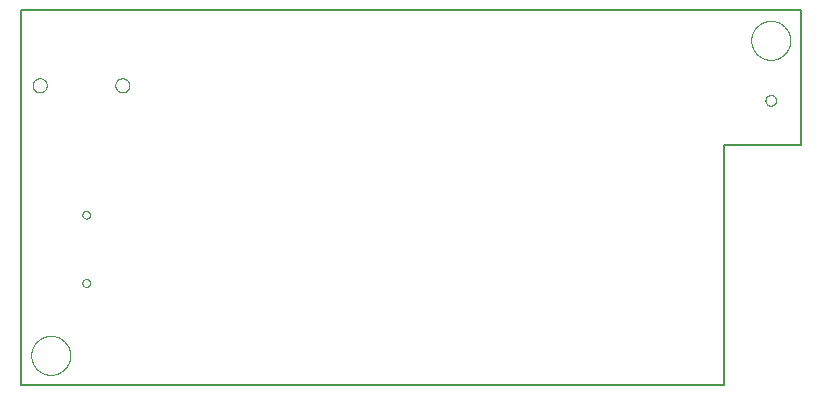
<source format=gko>
G75*
%MOIN*%
%OFA0B0*%
%FSLAX25Y25*%
%IPPOS*%
%LPD*%
%AMOC8*
5,1,8,0,0,1.08239X$1,22.5*
%
%ADD10C,0.00800*%
%ADD11C,0.00000*%
D10*
X0215000Y0040000D02*
X0449500Y0040000D01*
X0449500Y0120000D01*
X0475000Y0120000D01*
X0475000Y0165000D01*
X0215000Y0165000D01*
X0215000Y0040000D01*
D11*
X0218500Y0050000D02*
X0218502Y0050161D01*
X0218508Y0050321D01*
X0218518Y0050482D01*
X0218532Y0050642D01*
X0218550Y0050802D01*
X0218571Y0050961D01*
X0218597Y0051120D01*
X0218627Y0051278D01*
X0218660Y0051435D01*
X0218698Y0051592D01*
X0218739Y0051747D01*
X0218784Y0051901D01*
X0218833Y0052054D01*
X0218886Y0052206D01*
X0218942Y0052357D01*
X0219003Y0052506D01*
X0219066Y0052654D01*
X0219134Y0052800D01*
X0219205Y0052944D01*
X0219279Y0053086D01*
X0219357Y0053227D01*
X0219439Y0053365D01*
X0219524Y0053502D01*
X0219612Y0053636D01*
X0219704Y0053768D01*
X0219799Y0053898D01*
X0219897Y0054026D01*
X0219998Y0054151D01*
X0220102Y0054273D01*
X0220209Y0054393D01*
X0220319Y0054510D01*
X0220432Y0054625D01*
X0220548Y0054736D01*
X0220667Y0054845D01*
X0220788Y0054950D01*
X0220912Y0055053D01*
X0221038Y0055153D01*
X0221166Y0055249D01*
X0221297Y0055342D01*
X0221431Y0055432D01*
X0221566Y0055519D01*
X0221704Y0055602D01*
X0221843Y0055682D01*
X0221985Y0055758D01*
X0222128Y0055831D01*
X0222273Y0055900D01*
X0222420Y0055966D01*
X0222568Y0056028D01*
X0222718Y0056086D01*
X0222869Y0056141D01*
X0223022Y0056192D01*
X0223176Y0056239D01*
X0223331Y0056282D01*
X0223487Y0056321D01*
X0223643Y0056357D01*
X0223801Y0056388D01*
X0223959Y0056416D01*
X0224118Y0056440D01*
X0224278Y0056460D01*
X0224438Y0056476D01*
X0224598Y0056488D01*
X0224759Y0056496D01*
X0224920Y0056500D01*
X0225080Y0056500D01*
X0225241Y0056496D01*
X0225402Y0056488D01*
X0225562Y0056476D01*
X0225722Y0056460D01*
X0225882Y0056440D01*
X0226041Y0056416D01*
X0226199Y0056388D01*
X0226357Y0056357D01*
X0226513Y0056321D01*
X0226669Y0056282D01*
X0226824Y0056239D01*
X0226978Y0056192D01*
X0227131Y0056141D01*
X0227282Y0056086D01*
X0227432Y0056028D01*
X0227580Y0055966D01*
X0227727Y0055900D01*
X0227872Y0055831D01*
X0228015Y0055758D01*
X0228157Y0055682D01*
X0228296Y0055602D01*
X0228434Y0055519D01*
X0228569Y0055432D01*
X0228703Y0055342D01*
X0228834Y0055249D01*
X0228962Y0055153D01*
X0229088Y0055053D01*
X0229212Y0054950D01*
X0229333Y0054845D01*
X0229452Y0054736D01*
X0229568Y0054625D01*
X0229681Y0054510D01*
X0229791Y0054393D01*
X0229898Y0054273D01*
X0230002Y0054151D01*
X0230103Y0054026D01*
X0230201Y0053898D01*
X0230296Y0053768D01*
X0230388Y0053636D01*
X0230476Y0053502D01*
X0230561Y0053365D01*
X0230643Y0053227D01*
X0230721Y0053086D01*
X0230795Y0052944D01*
X0230866Y0052800D01*
X0230934Y0052654D01*
X0230997Y0052506D01*
X0231058Y0052357D01*
X0231114Y0052206D01*
X0231167Y0052054D01*
X0231216Y0051901D01*
X0231261Y0051747D01*
X0231302Y0051592D01*
X0231340Y0051435D01*
X0231373Y0051278D01*
X0231403Y0051120D01*
X0231429Y0050961D01*
X0231450Y0050802D01*
X0231468Y0050642D01*
X0231482Y0050482D01*
X0231492Y0050321D01*
X0231498Y0050161D01*
X0231500Y0050000D01*
X0231498Y0049839D01*
X0231492Y0049679D01*
X0231482Y0049518D01*
X0231468Y0049358D01*
X0231450Y0049198D01*
X0231429Y0049039D01*
X0231403Y0048880D01*
X0231373Y0048722D01*
X0231340Y0048565D01*
X0231302Y0048408D01*
X0231261Y0048253D01*
X0231216Y0048099D01*
X0231167Y0047946D01*
X0231114Y0047794D01*
X0231058Y0047643D01*
X0230997Y0047494D01*
X0230934Y0047346D01*
X0230866Y0047200D01*
X0230795Y0047056D01*
X0230721Y0046914D01*
X0230643Y0046773D01*
X0230561Y0046635D01*
X0230476Y0046498D01*
X0230388Y0046364D01*
X0230296Y0046232D01*
X0230201Y0046102D01*
X0230103Y0045974D01*
X0230002Y0045849D01*
X0229898Y0045727D01*
X0229791Y0045607D01*
X0229681Y0045490D01*
X0229568Y0045375D01*
X0229452Y0045264D01*
X0229333Y0045155D01*
X0229212Y0045050D01*
X0229088Y0044947D01*
X0228962Y0044847D01*
X0228834Y0044751D01*
X0228703Y0044658D01*
X0228569Y0044568D01*
X0228434Y0044481D01*
X0228296Y0044398D01*
X0228157Y0044318D01*
X0228015Y0044242D01*
X0227872Y0044169D01*
X0227727Y0044100D01*
X0227580Y0044034D01*
X0227432Y0043972D01*
X0227282Y0043914D01*
X0227131Y0043859D01*
X0226978Y0043808D01*
X0226824Y0043761D01*
X0226669Y0043718D01*
X0226513Y0043679D01*
X0226357Y0043643D01*
X0226199Y0043612D01*
X0226041Y0043584D01*
X0225882Y0043560D01*
X0225722Y0043540D01*
X0225562Y0043524D01*
X0225402Y0043512D01*
X0225241Y0043504D01*
X0225080Y0043500D01*
X0224920Y0043500D01*
X0224759Y0043504D01*
X0224598Y0043512D01*
X0224438Y0043524D01*
X0224278Y0043540D01*
X0224118Y0043560D01*
X0223959Y0043584D01*
X0223801Y0043612D01*
X0223643Y0043643D01*
X0223487Y0043679D01*
X0223331Y0043718D01*
X0223176Y0043761D01*
X0223022Y0043808D01*
X0222869Y0043859D01*
X0222718Y0043914D01*
X0222568Y0043972D01*
X0222420Y0044034D01*
X0222273Y0044100D01*
X0222128Y0044169D01*
X0221985Y0044242D01*
X0221843Y0044318D01*
X0221704Y0044398D01*
X0221566Y0044481D01*
X0221431Y0044568D01*
X0221297Y0044658D01*
X0221166Y0044751D01*
X0221038Y0044847D01*
X0220912Y0044947D01*
X0220788Y0045050D01*
X0220667Y0045155D01*
X0220548Y0045264D01*
X0220432Y0045375D01*
X0220319Y0045490D01*
X0220209Y0045607D01*
X0220102Y0045727D01*
X0219998Y0045849D01*
X0219897Y0045974D01*
X0219799Y0046102D01*
X0219704Y0046232D01*
X0219612Y0046364D01*
X0219524Y0046498D01*
X0219439Y0046635D01*
X0219357Y0046773D01*
X0219279Y0046914D01*
X0219205Y0047056D01*
X0219134Y0047200D01*
X0219066Y0047346D01*
X0219003Y0047494D01*
X0218942Y0047643D01*
X0218886Y0047794D01*
X0218833Y0047946D01*
X0218784Y0048099D01*
X0218739Y0048253D01*
X0218698Y0048408D01*
X0218660Y0048565D01*
X0218627Y0048722D01*
X0218597Y0048880D01*
X0218571Y0049039D01*
X0218550Y0049198D01*
X0218532Y0049358D01*
X0218518Y0049518D01*
X0218508Y0049679D01*
X0218502Y0049839D01*
X0218500Y0050000D01*
X0235531Y0074122D02*
X0235533Y0074193D01*
X0235539Y0074264D01*
X0235549Y0074335D01*
X0235563Y0074404D01*
X0235580Y0074473D01*
X0235602Y0074541D01*
X0235627Y0074608D01*
X0235656Y0074673D01*
X0235688Y0074736D01*
X0235724Y0074798D01*
X0235763Y0074857D01*
X0235806Y0074914D01*
X0235851Y0074969D01*
X0235900Y0075021D01*
X0235951Y0075070D01*
X0236005Y0075116D01*
X0236062Y0075160D01*
X0236120Y0075200D01*
X0236181Y0075236D01*
X0236244Y0075270D01*
X0236309Y0075299D01*
X0236375Y0075325D01*
X0236443Y0075348D01*
X0236511Y0075366D01*
X0236581Y0075381D01*
X0236651Y0075392D01*
X0236722Y0075399D01*
X0236793Y0075402D01*
X0236864Y0075401D01*
X0236935Y0075396D01*
X0237006Y0075387D01*
X0237076Y0075374D01*
X0237145Y0075358D01*
X0237213Y0075337D01*
X0237280Y0075313D01*
X0237346Y0075285D01*
X0237409Y0075253D01*
X0237471Y0075218D01*
X0237531Y0075180D01*
X0237589Y0075138D01*
X0237644Y0075094D01*
X0237697Y0075046D01*
X0237747Y0074995D01*
X0237794Y0074942D01*
X0237838Y0074886D01*
X0237879Y0074828D01*
X0237917Y0074767D01*
X0237951Y0074705D01*
X0237981Y0074640D01*
X0238008Y0074575D01*
X0238032Y0074507D01*
X0238051Y0074439D01*
X0238067Y0074370D01*
X0238079Y0074299D01*
X0238087Y0074229D01*
X0238091Y0074158D01*
X0238091Y0074086D01*
X0238087Y0074015D01*
X0238079Y0073945D01*
X0238067Y0073874D01*
X0238051Y0073805D01*
X0238032Y0073737D01*
X0238008Y0073669D01*
X0237981Y0073604D01*
X0237951Y0073539D01*
X0237917Y0073477D01*
X0237879Y0073416D01*
X0237838Y0073358D01*
X0237794Y0073302D01*
X0237747Y0073249D01*
X0237697Y0073198D01*
X0237644Y0073150D01*
X0237589Y0073106D01*
X0237531Y0073064D01*
X0237471Y0073026D01*
X0237409Y0072991D01*
X0237346Y0072959D01*
X0237280Y0072931D01*
X0237213Y0072907D01*
X0237145Y0072886D01*
X0237076Y0072870D01*
X0237006Y0072857D01*
X0236935Y0072848D01*
X0236864Y0072843D01*
X0236793Y0072842D01*
X0236722Y0072845D01*
X0236651Y0072852D01*
X0236581Y0072863D01*
X0236511Y0072878D01*
X0236443Y0072896D01*
X0236375Y0072919D01*
X0236309Y0072945D01*
X0236244Y0072974D01*
X0236181Y0073008D01*
X0236120Y0073044D01*
X0236062Y0073084D01*
X0236005Y0073128D01*
X0235951Y0073174D01*
X0235900Y0073223D01*
X0235851Y0073275D01*
X0235806Y0073330D01*
X0235763Y0073387D01*
X0235724Y0073446D01*
X0235688Y0073508D01*
X0235656Y0073571D01*
X0235627Y0073636D01*
X0235602Y0073703D01*
X0235580Y0073771D01*
X0235563Y0073840D01*
X0235549Y0073909D01*
X0235539Y0073980D01*
X0235533Y0074051D01*
X0235531Y0074122D01*
X0235531Y0096878D02*
X0235533Y0096949D01*
X0235539Y0097020D01*
X0235549Y0097091D01*
X0235563Y0097160D01*
X0235580Y0097229D01*
X0235602Y0097297D01*
X0235627Y0097364D01*
X0235656Y0097429D01*
X0235688Y0097492D01*
X0235724Y0097554D01*
X0235763Y0097613D01*
X0235806Y0097670D01*
X0235851Y0097725D01*
X0235900Y0097777D01*
X0235951Y0097826D01*
X0236005Y0097872D01*
X0236062Y0097916D01*
X0236120Y0097956D01*
X0236181Y0097992D01*
X0236244Y0098026D01*
X0236309Y0098055D01*
X0236375Y0098081D01*
X0236443Y0098104D01*
X0236511Y0098122D01*
X0236581Y0098137D01*
X0236651Y0098148D01*
X0236722Y0098155D01*
X0236793Y0098158D01*
X0236864Y0098157D01*
X0236935Y0098152D01*
X0237006Y0098143D01*
X0237076Y0098130D01*
X0237145Y0098114D01*
X0237213Y0098093D01*
X0237280Y0098069D01*
X0237346Y0098041D01*
X0237409Y0098009D01*
X0237471Y0097974D01*
X0237531Y0097936D01*
X0237589Y0097894D01*
X0237644Y0097850D01*
X0237697Y0097802D01*
X0237747Y0097751D01*
X0237794Y0097698D01*
X0237838Y0097642D01*
X0237879Y0097584D01*
X0237917Y0097523D01*
X0237951Y0097461D01*
X0237981Y0097396D01*
X0238008Y0097331D01*
X0238032Y0097263D01*
X0238051Y0097195D01*
X0238067Y0097126D01*
X0238079Y0097055D01*
X0238087Y0096985D01*
X0238091Y0096914D01*
X0238091Y0096842D01*
X0238087Y0096771D01*
X0238079Y0096701D01*
X0238067Y0096630D01*
X0238051Y0096561D01*
X0238032Y0096493D01*
X0238008Y0096425D01*
X0237981Y0096360D01*
X0237951Y0096295D01*
X0237917Y0096233D01*
X0237879Y0096172D01*
X0237838Y0096114D01*
X0237794Y0096058D01*
X0237747Y0096005D01*
X0237697Y0095954D01*
X0237644Y0095906D01*
X0237589Y0095862D01*
X0237531Y0095820D01*
X0237471Y0095782D01*
X0237409Y0095747D01*
X0237346Y0095715D01*
X0237280Y0095687D01*
X0237213Y0095663D01*
X0237145Y0095642D01*
X0237076Y0095626D01*
X0237006Y0095613D01*
X0236935Y0095604D01*
X0236864Y0095599D01*
X0236793Y0095598D01*
X0236722Y0095601D01*
X0236651Y0095608D01*
X0236581Y0095619D01*
X0236511Y0095634D01*
X0236443Y0095652D01*
X0236375Y0095675D01*
X0236309Y0095701D01*
X0236244Y0095730D01*
X0236181Y0095764D01*
X0236120Y0095800D01*
X0236062Y0095840D01*
X0236005Y0095884D01*
X0235951Y0095930D01*
X0235900Y0095979D01*
X0235851Y0096031D01*
X0235806Y0096086D01*
X0235763Y0096143D01*
X0235724Y0096202D01*
X0235688Y0096264D01*
X0235656Y0096327D01*
X0235627Y0096392D01*
X0235602Y0096459D01*
X0235580Y0096527D01*
X0235563Y0096596D01*
X0235549Y0096665D01*
X0235539Y0096736D01*
X0235533Y0096807D01*
X0235531Y0096878D01*
X0246496Y0140000D02*
X0246498Y0140097D01*
X0246504Y0140194D01*
X0246514Y0140290D01*
X0246528Y0140386D01*
X0246546Y0140482D01*
X0246567Y0140576D01*
X0246593Y0140670D01*
X0246622Y0140762D01*
X0246656Y0140853D01*
X0246692Y0140943D01*
X0246733Y0141031D01*
X0246777Y0141117D01*
X0246825Y0141202D01*
X0246876Y0141284D01*
X0246930Y0141365D01*
X0246988Y0141443D01*
X0247049Y0141518D01*
X0247112Y0141591D01*
X0247179Y0141662D01*
X0247249Y0141729D01*
X0247321Y0141794D01*
X0247396Y0141855D01*
X0247474Y0141914D01*
X0247553Y0141969D01*
X0247635Y0142021D01*
X0247719Y0142069D01*
X0247805Y0142114D01*
X0247893Y0142156D01*
X0247982Y0142194D01*
X0248073Y0142228D01*
X0248165Y0142258D01*
X0248258Y0142285D01*
X0248353Y0142307D01*
X0248448Y0142326D01*
X0248544Y0142341D01*
X0248640Y0142352D01*
X0248737Y0142359D01*
X0248834Y0142362D01*
X0248931Y0142361D01*
X0249028Y0142356D01*
X0249124Y0142347D01*
X0249220Y0142334D01*
X0249316Y0142317D01*
X0249411Y0142296D01*
X0249504Y0142272D01*
X0249597Y0142243D01*
X0249689Y0142211D01*
X0249779Y0142175D01*
X0249867Y0142136D01*
X0249954Y0142092D01*
X0250039Y0142046D01*
X0250122Y0141995D01*
X0250203Y0141942D01*
X0250281Y0141885D01*
X0250358Y0141825D01*
X0250431Y0141762D01*
X0250502Y0141696D01*
X0250570Y0141627D01*
X0250636Y0141555D01*
X0250698Y0141481D01*
X0250757Y0141404D01*
X0250813Y0141325D01*
X0250866Y0141243D01*
X0250916Y0141160D01*
X0250961Y0141074D01*
X0251004Y0140987D01*
X0251043Y0140898D01*
X0251078Y0140808D01*
X0251109Y0140716D01*
X0251136Y0140623D01*
X0251160Y0140529D01*
X0251180Y0140434D01*
X0251196Y0140338D01*
X0251208Y0140242D01*
X0251216Y0140145D01*
X0251220Y0140048D01*
X0251220Y0139952D01*
X0251216Y0139855D01*
X0251208Y0139758D01*
X0251196Y0139662D01*
X0251180Y0139566D01*
X0251160Y0139471D01*
X0251136Y0139377D01*
X0251109Y0139284D01*
X0251078Y0139192D01*
X0251043Y0139102D01*
X0251004Y0139013D01*
X0250961Y0138926D01*
X0250916Y0138840D01*
X0250866Y0138757D01*
X0250813Y0138675D01*
X0250757Y0138596D01*
X0250698Y0138519D01*
X0250636Y0138445D01*
X0250570Y0138373D01*
X0250502Y0138304D01*
X0250431Y0138238D01*
X0250358Y0138175D01*
X0250281Y0138115D01*
X0250203Y0138058D01*
X0250122Y0138005D01*
X0250039Y0137954D01*
X0249954Y0137908D01*
X0249867Y0137864D01*
X0249779Y0137825D01*
X0249689Y0137789D01*
X0249597Y0137757D01*
X0249504Y0137728D01*
X0249411Y0137704D01*
X0249316Y0137683D01*
X0249220Y0137666D01*
X0249124Y0137653D01*
X0249028Y0137644D01*
X0248931Y0137639D01*
X0248834Y0137638D01*
X0248737Y0137641D01*
X0248640Y0137648D01*
X0248544Y0137659D01*
X0248448Y0137674D01*
X0248353Y0137693D01*
X0248258Y0137715D01*
X0248165Y0137742D01*
X0248073Y0137772D01*
X0247982Y0137806D01*
X0247893Y0137844D01*
X0247805Y0137886D01*
X0247719Y0137931D01*
X0247635Y0137979D01*
X0247553Y0138031D01*
X0247474Y0138086D01*
X0247396Y0138145D01*
X0247321Y0138206D01*
X0247249Y0138271D01*
X0247179Y0138338D01*
X0247112Y0138409D01*
X0247049Y0138482D01*
X0246988Y0138557D01*
X0246930Y0138635D01*
X0246876Y0138716D01*
X0246825Y0138798D01*
X0246777Y0138883D01*
X0246733Y0138969D01*
X0246692Y0139057D01*
X0246656Y0139147D01*
X0246622Y0139238D01*
X0246593Y0139330D01*
X0246567Y0139424D01*
X0246546Y0139518D01*
X0246528Y0139614D01*
X0246514Y0139710D01*
X0246504Y0139806D01*
X0246498Y0139903D01*
X0246496Y0140000D01*
X0218937Y0140000D02*
X0218939Y0140097D01*
X0218945Y0140194D01*
X0218955Y0140290D01*
X0218969Y0140386D01*
X0218987Y0140482D01*
X0219008Y0140576D01*
X0219034Y0140670D01*
X0219063Y0140762D01*
X0219097Y0140853D01*
X0219133Y0140943D01*
X0219174Y0141031D01*
X0219218Y0141117D01*
X0219266Y0141202D01*
X0219317Y0141284D01*
X0219371Y0141365D01*
X0219429Y0141443D01*
X0219490Y0141518D01*
X0219553Y0141591D01*
X0219620Y0141662D01*
X0219690Y0141729D01*
X0219762Y0141794D01*
X0219837Y0141855D01*
X0219915Y0141914D01*
X0219994Y0141969D01*
X0220076Y0142021D01*
X0220160Y0142069D01*
X0220246Y0142114D01*
X0220334Y0142156D01*
X0220423Y0142194D01*
X0220514Y0142228D01*
X0220606Y0142258D01*
X0220699Y0142285D01*
X0220794Y0142307D01*
X0220889Y0142326D01*
X0220985Y0142341D01*
X0221081Y0142352D01*
X0221178Y0142359D01*
X0221275Y0142362D01*
X0221372Y0142361D01*
X0221469Y0142356D01*
X0221565Y0142347D01*
X0221661Y0142334D01*
X0221757Y0142317D01*
X0221852Y0142296D01*
X0221945Y0142272D01*
X0222038Y0142243D01*
X0222130Y0142211D01*
X0222220Y0142175D01*
X0222308Y0142136D01*
X0222395Y0142092D01*
X0222480Y0142046D01*
X0222563Y0141995D01*
X0222644Y0141942D01*
X0222722Y0141885D01*
X0222799Y0141825D01*
X0222872Y0141762D01*
X0222943Y0141696D01*
X0223011Y0141627D01*
X0223077Y0141555D01*
X0223139Y0141481D01*
X0223198Y0141404D01*
X0223254Y0141325D01*
X0223307Y0141243D01*
X0223357Y0141160D01*
X0223402Y0141074D01*
X0223445Y0140987D01*
X0223484Y0140898D01*
X0223519Y0140808D01*
X0223550Y0140716D01*
X0223577Y0140623D01*
X0223601Y0140529D01*
X0223621Y0140434D01*
X0223637Y0140338D01*
X0223649Y0140242D01*
X0223657Y0140145D01*
X0223661Y0140048D01*
X0223661Y0139952D01*
X0223657Y0139855D01*
X0223649Y0139758D01*
X0223637Y0139662D01*
X0223621Y0139566D01*
X0223601Y0139471D01*
X0223577Y0139377D01*
X0223550Y0139284D01*
X0223519Y0139192D01*
X0223484Y0139102D01*
X0223445Y0139013D01*
X0223402Y0138926D01*
X0223357Y0138840D01*
X0223307Y0138757D01*
X0223254Y0138675D01*
X0223198Y0138596D01*
X0223139Y0138519D01*
X0223077Y0138445D01*
X0223011Y0138373D01*
X0222943Y0138304D01*
X0222872Y0138238D01*
X0222799Y0138175D01*
X0222722Y0138115D01*
X0222644Y0138058D01*
X0222563Y0138005D01*
X0222480Y0137954D01*
X0222395Y0137908D01*
X0222308Y0137864D01*
X0222220Y0137825D01*
X0222130Y0137789D01*
X0222038Y0137757D01*
X0221945Y0137728D01*
X0221852Y0137704D01*
X0221757Y0137683D01*
X0221661Y0137666D01*
X0221565Y0137653D01*
X0221469Y0137644D01*
X0221372Y0137639D01*
X0221275Y0137638D01*
X0221178Y0137641D01*
X0221081Y0137648D01*
X0220985Y0137659D01*
X0220889Y0137674D01*
X0220794Y0137693D01*
X0220699Y0137715D01*
X0220606Y0137742D01*
X0220514Y0137772D01*
X0220423Y0137806D01*
X0220334Y0137844D01*
X0220246Y0137886D01*
X0220160Y0137931D01*
X0220076Y0137979D01*
X0219994Y0138031D01*
X0219915Y0138086D01*
X0219837Y0138145D01*
X0219762Y0138206D01*
X0219690Y0138271D01*
X0219620Y0138338D01*
X0219553Y0138409D01*
X0219490Y0138482D01*
X0219429Y0138557D01*
X0219371Y0138635D01*
X0219317Y0138716D01*
X0219266Y0138798D01*
X0219218Y0138883D01*
X0219174Y0138969D01*
X0219133Y0139057D01*
X0219097Y0139147D01*
X0219063Y0139238D01*
X0219034Y0139330D01*
X0219008Y0139424D01*
X0218987Y0139518D01*
X0218969Y0139614D01*
X0218955Y0139710D01*
X0218945Y0139806D01*
X0218939Y0139903D01*
X0218937Y0140000D01*
X0463228Y0135000D02*
X0463230Y0135084D01*
X0463236Y0135167D01*
X0463246Y0135250D01*
X0463260Y0135333D01*
X0463277Y0135415D01*
X0463299Y0135496D01*
X0463324Y0135575D01*
X0463353Y0135654D01*
X0463386Y0135731D01*
X0463422Y0135806D01*
X0463462Y0135880D01*
X0463505Y0135952D01*
X0463552Y0136021D01*
X0463602Y0136088D01*
X0463655Y0136153D01*
X0463711Y0136215D01*
X0463769Y0136275D01*
X0463831Y0136332D01*
X0463895Y0136385D01*
X0463962Y0136436D01*
X0464031Y0136483D01*
X0464102Y0136528D01*
X0464175Y0136568D01*
X0464250Y0136605D01*
X0464327Y0136639D01*
X0464405Y0136669D01*
X0464484Y0136695D01*
X0464565Y0136718D01*
X0464647Y0136736D01*
X0464729Y0136751D01*
X0464812Y0136762D01*
X0464895Y0136769D01*
X0464979Y0136772D01*
X0465063Y0136771D01*
X0465146Y0136766D01*
X0465230Y0136757D01*
X0465312Y0136744D01*
X0465394Y0136728D01*
X0465475Y0136707D01*
X0465556Y0136683D01*
X0465634Y0136655D01*
X0465712Y0136623D01*
X0465788Y0136587D01*
X0465862Y0136548D01*
X0465934Y0136506D01*
X0466004Y0136460D01*
X0466072Y0136411D01*
X0466137Y0136359D01*
X0466200Y0136304D01*
X0466260Y0136246D01*
X0466318Y0136185D01*
X0466372Y0136121D01*
X0466424Y0136055D01*
X0466472Y0135987D01*
X0466517Y0135916D01*
X0466558Y0135843D01*
X0466597Y0135769D01*
X0466631Y0135693D01*
X0466662Y0135615D01*
X0466689Y0135536D01*
X0466713Y0135455D01*
X0466732Y0135374D01*
X0466748Y0135292D01*
X0466760Y0135209D01*
X0466768Y0135125D01*
X0466772Y0135042D01*
X0466772Y0134958D01*
X0466768Y0134875D01*
X0466760Y0134791D01*
X0466748Y0134708D01*
X0466732Y0134626D01*
X0466713Y0134545D01*
X0466689Y0134464D01*
X0466662Y0134385D01*
X0466631Y0134307D01*
X0466597Y0134231D01*
X0466558Y0134157D01*
X0466517Y0134084D01*
X0466472Y0134013D01*
X0466424Y0133945D01*
X0466372Y0133879D01*
X0466318Y0133815D01*
X0466260Y0133754D01*
X0466200Y0133696D01*
X0466137Y0133641D01*
X0466072Y0133589D01*
X0466004Y0133540D01*
X0465934Y0133494D01*
X0465862Y0133452D01*
X0465788Y0133413D01*
X0465712Y0133377D01*
X0465634Y0133345D01*
X0465556Y0133317D01*
X0465475Y0133293D01*
X0465394Y0133272D01*
X0465312Y0133256D01*
X0465230Y0133243D01*
X0465146Y0133234D01*
X0465063Y0133229D01*
X0464979Y0133228D01*
X0464895Y0133231D01*
X0464812Y0133238D01*
X0464729Y0133249D01*
X0464647Y0133264D01*
X0464565Y0133282D01*
X0464484Y0133305D01*
X0464405Y0133331D01*
X0464327Y0133361D01*
X0464250Y0133395D01*
X0464175Y0133432D01*
X0464102Y0133472D01*
X0464031Y0133517D01*
X0463962Y0133564D01*
X0463895Y0133615D01*
X0463831Y0133668D01*
X0463769Y0133725D01*
X0463711Y0133785D01*
X0463655Y0133847D01*
X0463602Y0133912D01*
X0463552Y0133979D01*
X0463505Y0134048D01*
X0463462Y0134120D01*
X0463422Y0134194D01*
X0463386Y0134269D01*
X0463353Y0134346D01*
X0463324Y0134425D01*
X0463299Y0134504D01*
X0463277Y0134585D01*
X0463260Y0134667D01*
X0463246Y0134750D01*
X0463236Y0134833D01*
X0463230Y0134916D01*
X0463228Y0135000D01*
X0458500Y0155000D02*
X0458502Y0155161D01*
X0458508Y0155321D01*
X0458518Y0155482D01*
X0458532Y0155642D01*
X0458550Y0155802D01*
X0458571Y0155961D01*
X0458597Y0156120D01*
X0458627Y0156278D01*
X0458660Y0156435D01*
X0458698Y0156592D01*
X0458739Y0156747D01*
X0458784Y0156901D01*
X0458833Y0157054D01*
X0458886Y0157206D01*
X0458942Y0157357D01*
X0459003Y0157506D01*
X0459066Y0157654D01*
X0459134Y0157800D01*
X0459205Y0157944D01*
X0459279Y0158086D01*
X0459357Y0158227D01*
X0459439Y0158365D01*
X0459524Y0158502D01*
X0459612Y0158636D01*
X0459704Y0158768D01*
X0459799Y0158898D01*
X0459897Y0159026D01*
X0459998Y0159151D01*
X0460102Y0159273D01*
X0460209Y0159393D01*
X0460319Y0159510D01*
X0460432Y0159625D01*
X0460548Y0159736D01*
X0460667Y0159845D01*
X0460788Y0159950D01*
X0460912Y0160053D01*
X0461038Y0160153D01*
X0461166Y0160249D01*
X0461297Y0160342D01*
X0461431Y0160432D01*
X0461566Y0160519D01*
X0461704Y0160602D01*
X0461843Y0160682D01*
X0461985Y0160758D01*
X0462128Y0160831D01*
X0462273Y0160900D01*
X0462420Y0160966D01*
X0462568Y0161028D01*
X0462718Y0161086D01*
X0462869Y0161141D01*
X0463022Y0161192D01*
X0463176Y0161239D01*
X0463331Y0161282D01*
X0463487Y0161321D01*
X0463643Y0161357D01*
X0463801Y0161388D01*
X0463959Y0161416D01*
X0464118Y0161440D01*
X0464278Y0161460D01*
X0464438Y0161476D01*
X0464598Y0161488D01*
X0464759Y0161496D01*
X0464920Y0161500D01*
X0465080Y0161500D01*
X0465241Y0161496D01*
X0465402Y0161488D01*
X0465562Y0161476D01*
X0465722Y0161460D01*
X0465882Y0161440D01*
X0466041Y0161416D01*
X0466199Y0161388D01*
X0466357Y0161357D01*
X0466513Y0161321D01*
X0466669Y0161282D01*
X0466824Y0161239D01*
X0466978Y0161192D01*
X0467131Y0161141D01*
X0467282Y0161086D01*
X0467432Y0161028D01*
X0467580Y0160966D01*
X0467727Y0160900D01*
X0467872Y0160831D01*
X0468015Y0160758D01*
X0468157Y0160682D01*
X0468296Y0160602D01*
X0468434Y0160519D01*
X0468569Y0160432D01*
X0468703Y0160342D01*
X0468834Y0160249D01*
X0468962Y0160153D01*
X0469088Y0160053D01*
X0469212Y0159950D01*
X0469333Y0159845D01*
X0469452Y0159736D01*
X0469568Y0159625D01*
X0469681Y0159510D01*
X0469791Y0159393D01*
X0469898Y0159273D01*
X0470002Y0159151D01*
X0470103Y0159026D01*
X0470201Y0158898D01*
X0470296Y0158768D01*
X0470388Y0158636D01*
X0470476Y0158502D01*
X0470561Y0158365D01*
X0470643Y0158227D01*
X0470721Y0158086D01*
X0470795Y0157944D01*
X0470866Y0157800D01*
X0470934Y0157654D01*
X0470997Y0157506D01*
X0471058Y0157357D01*
X0471114Y0157206D01*
X0471167Y0157054D01*
X0471216Y0156901D01*
X0471261Y0156747D01*
X0471302Y0156592D01*
X0471340Y0156435D01*
X0471373Y0156278D01*
X0471403Y0156120D01*
X0471429Y0155961D01*
X0471450Y0155802D01*
X0471468Y0155642D01*
X0471482Y0155482D01*
X0471492Y0155321D01*
X0471498Y0155161D01*
X0471500Y0155000D01*
X0471498Y0154839D01*
X0471492Y0154679D01*
X0471482Y0154518D01*
X0471468Y0154358D01*
X0471450Y0154198D01*
X0471429Y0154039D01*
X0471403Y0153880D01*
X0471373Y0153722D01*
X0471340Y0153565D01*
X0471302Y0153408D01*
X0471261Y0153253D01*
X0471216Y0153099D01*
X0471167Y0152946D01*
X0471114Y0152794D01*
X0471058Y0152643D01*
X0470997Y0152494D01*
X0470934Y0152346D01*
X0470866Y0152200D01*
X0470795Y0152056D01*
X0470721Y0151914D01*
X0470643Y0151773D01*
X0470561Y0151635D01*
X0470476Y0151498D01*
X0470388Y0151364D01*
X0470296Y0151232D01*
X0470201Y0151102D01*
X0470103Y0150974D01*
X0470002Y0150849D01*
X0469898Y0150727D01*
X0469791Y0150607D01*
X0469681Y0150490D01*
X0469568Y0150375D01*
X0469452Y0150264D01*
X0469333Y0150155D01*
X0469212Y0150050D01*
X0469088Y0149947D01*
X0468962Y0149847D01*
X0468834Y0149751D01*
X0468703Y0149658D01*
X0468569Y0149568D01*
X0468434Y0149481D01*
X0468296Y0149398D01*
X0468157Y0149318D01*
X0468015Y0149242D01*
X0467872Y0149169D01*
X0467727Y0149100D01*
X0467580Y0149034D01*
X0467432Y0148972D01*
X0467282Y0148914D01*
X0467131Y0148859D01*
X0466978Y0148808D01*
X0466824Y0148761D01*
X0466669Y0148718D01*
X0466513Y0148679D01*
X0466357Y0148643D01*
X0466199Y0148612D01*
X0466041Y0148584D01*
X0465882Y0148560D01*
X0465722Y0148540D01*
X0465562Y0148524D01*
X0465402Y0148512D01*
X0465241Y0148504D01*
X0465080Y0148500D01*
X0464920Y0148500D01*
X0464759Y0148504D01*
X0464598Y0148512D01*
X0464438Y0148524D01*
X0464278Y0148540D01*
X0464118Y0148560D01*
X0463959Y0148584D01*
X0463801Y0148612D01*
X0463643Y0148643D01*
X0463487Y0148679D01*
X0463331Y0148718D01*
X0463176Y0148761D01*
X0463022Y0148808D01*
X0462869Y0148859D01*
X0462718Y0148914D01*
X0462568Y0148972D01*
X0462420Y0149034D01*
X0462273Y0149100D01*
X0462128Y0149169D01*
X0461985Y0149242D01*
X0461843Y0149318D01*
X0461704Y0149398D01*
X0461566Y0149481D01*
X0461431Y0149568D01*
X0461297Y0149658D01*
X0461166Y0149751D01*
X0461038Y0149847D01*
X0460912Y0149947D01*
X0460788Y0150050D01*
X0460667Y0150155D01*
X0460548Y0150264D01*
X0460432Y0150375D01*
X0460319Y0150490D01*
X0460209Y0150607D01*
X0460102Y0150727D01*
X0459998Y0150849D01*
X0459897Y0150974D01*
X0459799Y0151102D01*
X0459704Y0151232D01*
X0459612Y0151364D01*
X0459524Y0151498D01*
X0459439Y0151635D01*
X0459357Y0151773D01*
X0459279Y0151914D01*
X0459205Y0152056D01*
X0459134Y0152200D01*
X0459066Y0152346D01*
X0459003Y0152494D01*
X0458942Y0152643D01*
X0458886Y0152794D01*
X0458833Y0152946D01*
X0458784Y0153099D01*
X0458739Y0153253D01*
X0458698Y0153408D01*
X0458660Y0153565D01*
X0458627Y0153722D01*
X0458597Y0153880D01*
X0458571Y0154039D01*
X0458550Y0154198D01*
X0458532Y0154358D01*
X0458518Y0154518D01*
X0458508Y0154679D01*
X0458502Y0154839D01*
X0458500Y0155000D01*
M02*

</source>
